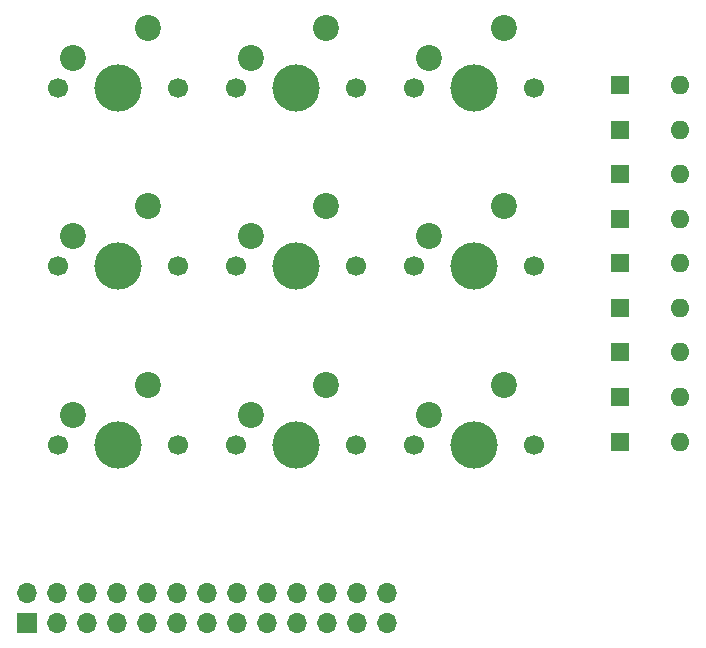
<source format=gbs>
%TF.GenerationSoftware,KiCad,Pcbnew,8.0.5*%
%TF.CreationDate,2025-07-15T13:21:23-04:00*%
%TF.ProjectId,macropad,6d616372-6f70-4616-942e-6b696361645f,rev?*%
%TF.SameCoordinates,Original*%
%TF.FileFunction,Soldermask,Bot*%
%TF.FilePolarity,Negative*%
%FSLAX46Y46*%
G04 Gerber Fmt 4.6, Leading zero omitted, Abs format (unit mm)*
G04 Created by KiCad (PCBNEW 8.0.5) date 2025-07-15 13:21:23*
%MOMM*%
%LPD*%
G01*
G04 APERTURE LIST*
%ADD10C,1.700000*%
%ADD11C,4.000000*%
%ADD12C,2.200000*%
%ADD13R,1.600000X1.600000*%
%ADD14O,1.600000X1.600000*%
%ADD15R,1.700000X1.700000*%
%ADD16O,1.700000X1.700000*%
G04 APERTURE END LIST*
D10*
%TO.C,K6*%
X138840000Y-94840000D03*
D11*
X143920000Y-94840000D03*
D10*
X149000000Y-94840000D03*
D12*
X146460000Y-89760000D03*
X140110000Y-92300000D03*
%TD*%
D10*
%TO.C,K2*%
X123750000Y-79750000D03*
D11*
X128830000Y-79750000D03*
D10*
X133910000Y-79750000D03*
D12*
X131370000Y-74670000D03*
X125020000Y-77210000D03*
%TD*%
D13*
%TO.C,D8*%
X171315686Y-90805484D03*
D14*
X176395686Y-90805484D03*
%TD*%
D10*
%TO.C,K3*%
X123750000Y-94840000D03*
D11*
X128830000Y-94840000D03*
D10*
X133910000Y-94840000D03*
D12*
X131370000Y-89760000D03*
X125020000Y-92300000D03*
%TD*%
D13*
%TO.C,D5*%
X171315686Y-79487258D03*
D14*
X176395686Y-79487258D03*
%TD*%
D13*
%TO.C,D3*%
X171315686Y-71941774D03*
D14*
X176395686Y-71941774D03*
%TD*%
D10*
%TO.C,K7*%
X153930000Y-64660000D03*
D11*
X159010000Y-64660000D03*
D10*
X164090000Y-64660000D03*
D12*
X161550000Y-59580000D03*
X155200000Y-62120000D03*
%TD*%
D13*
%TO.C,D7*%
X171315686Y-87032742D03*
D14*
X176395686Y-87032742D03*
%TD*%
D13*
%TO.C,D9*%
X171315686Y-94578226D03*
D14*
X176395686Y-94578226D03*
%TD*%
D10*
%TO.C,K9*%
X153930000Y-94840000D03*
D11*
X159010000Y-94840000D03*
D10*
X164090000Y-94840000D03*
D12*
X161550000Y-89760000D03*
X155200000Y-92300000D03*
%TD*%
D13*
%TO.C,D1*%
X171315686Y-64396290D03*
D14*
X176395686Y-64396290D03*
%TD*%
D13*
%TO.C,D2*%
X171315686Y-68169032D03*
D14*
X176395686Y-68169032D03*
%TD*%
D13*
%TO.C,D4*%
X171315686Y-75714516D03*
D14*
X176395686Y-75714516D03*
%TD*%
D10*
%TO.C,K8*%
X153930000Y-79750000D03*
D11*
X159010000Y-79750000D03*
D10*
X164090000Y-79750000D03*
D12*
X161550000Y-74670000D03*
X155200000Y-77210000D03*
%TD*%
D10*
%TO.C,K4*%
X138840000Y-64660000D03*
D11*
X143920000Y-64660000D03*
D10*
X149000000Y-64660000D03*
D12*
X146460000Y-59580000D03*
X140110000Y-62120000D03*
%TD*%
D15*
%TO.C,J1*%
X121130000Y-109900000D03*
D16*
X121130000Y-107360000D03*
X123670000Y-109900000D03*
X123670000Y-107360000D03*
X126210000Y-109900000D03*
X126210000Y-107360000D03*
X128750000Y-109900000D03*
X128750000Y-107360000D03*
X131290000Y-109900000D03*
X131290000Y-107360000D03*
X133830000Y-109900000D03*
X133830000Y-107360000D03*
X136370000Y-109900000D03*
X136370000Y-107360000D03*
X138910000Y-109900000D03*
X138910000Y-107360000D03*
X141450000Y-109900000D03*
X141450000Y-107360000D03*
X143990000Y-109900000D03*
X143990000Y-107360000D03*
X146530000Y-109900000D03*
X146530000Y-107360000D03*
X149070000Y-109900000D03*
X149070000Y-107360000D03*
X151610000Y-109900000D03*
X151610000Y-107360000D03*
%TD*%
D10*
%TO.C,K5*%
X138840000Y-79750000D03*
D11*
X143920000Y-79750000D03*
D10*
X149000000Y-79750000D03*
D12*
X146460000Y-74670000D03*
X140110000Y-77210000D03*
%TD*%
D10*
%TO.C,K1*%
X123750000Y-64660000D03*
D11*
X128830000Y-64660000D03*
D10*
X133910000Y-64660000D03*
D12*
X131370000Y-59580000D03*
X125020000Y-62120000D03*
%TD*%
D13*
%TO.C,D6*%
X171315686Y-83260000D03*
D14*
X176395686Y-83260000D03*
%TD*%
M02*

</source>
